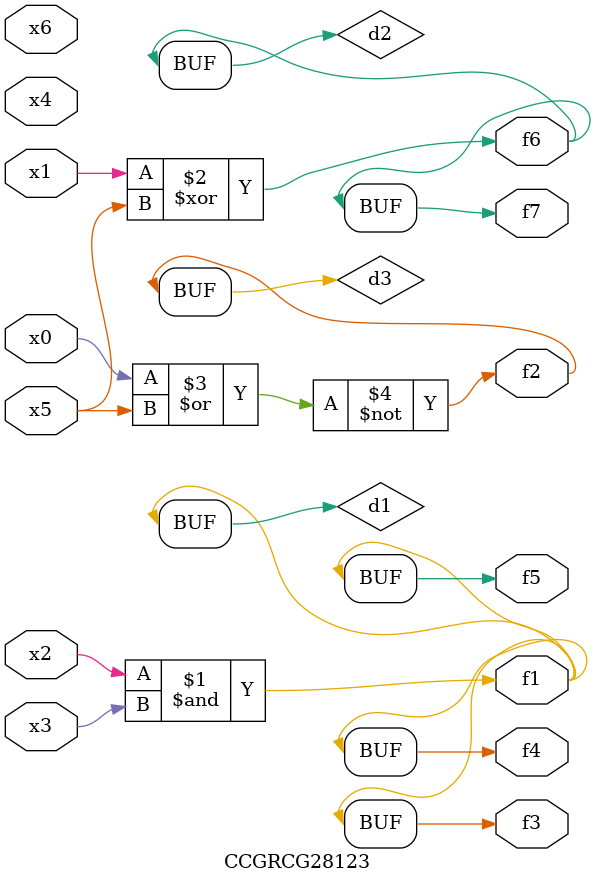
<source format=v>
module CCGRCG28123(
	input x0, x1, x2, x3, x4, x5, x6,
	output f1, f2, f3, f4, f5, f6, f7
);

	wire d1, d2, d3;

	and (d1, x2, x3);
	xor (d2, x1, x5);
	nor (d3, x0, x5);
	assign f1 = d1;
	assign f2 = d3;
	assign f3 = d1;
	assign f4 = d1;
	assign f5 = d1;
	assign f6 = d2;
	assign f7 = d2;
endmodule

</source>
